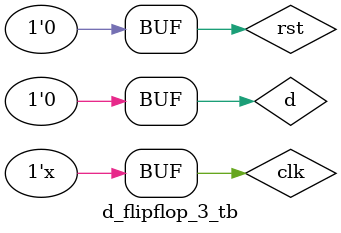
<source format=v>
module d_flipflop_1(d,q,clk,rst);
input d,clk,rst;
output reg q;

always@(posedge clk or posedge rst)begin
    if (rst) begin
        q <= 1'b0;
    end
    else begin
        q <= d;
    end
end
endmodule
module d_flipflop_1_tb; // testbench
reg d,clk = 1'b0,rst;
wire q;

d_flipflop_1 ffff1(d,q,clk,rst);
always #5 clk = ~clk;
initial begin
    rst = 1;
    #7 rst = 0; d = 1'b1;
    #3 d = 1'b0; #3 d = 1'b0; #3 d = 1'b1; #3 d = 1'b1;
    #3 d = 1'b1; #3 d = 1'b0; #3 d = 1'b0; #3 d = 1'b1;
    #3 d = 1'b1; #3 d = 1'b1; #3 d = 1'b0; #3 d = 1'b0;
end
endmodule
 
// ------------------------Designing D Flipflop using Asynchronous reset-----------------------------------------------
module d_flipflop_2(d,q,clk,rst);
input d,clk,rst;
output reg q;

always@(posedge clk or negedge rst)begin
    if (!rst)begin
        q <= 1'b0;
    end
    else begin
        q <= d;
    end
end
endmodule
module d_flipflop_2_tb; // testbench
reg d,clk = 1,rst;
wire q;

d_flipflop_2 ffff2(d,q,clk,rst);
always #5 clk = ~clk;
initial begin
    rst = 1'b0; 
    #7 rst = 1'b1; #3 d = 1'b1;
    #3 d = 1'b0; #3 d = 1'b0; #3 d = 1'b1; #3 d = 1'b1;
    #3 d = 1'b1; #3 d = 1'b0; #3 d = 1'b0; #3 d = 1'b1;
    #3 d = 1'b1; #3 d = 1'b1; #3 d = 1'b0; #3 d = 1'b0;
end
endmodule
//----------------------------anpother method to implement d flipflop
module d_flipflop_3(d,q,clk,rst);
input d,clk,rst;
output reg q;

always@(posedge clk)begin // here we have used synchronous reset method, else we can write this way also without mentioning posedge rst 
    if (rst) begin
        q <= 1'b0;
    end
    else begin
        q <= d;
    end
end
endmodule
module d_flipflop_3_tb; // testbench
reg d,clk = 1'b1,rst;
wire q;

d_flipflop_3 ffff3(d,q,clk,rst);
always #5 clk = ~clk;
initial begin
    rst = 1;
    #7 rst = 0; d = 1'b1;
    #3 d = 1'b0; #3 d = 1'b0; #3 d = 1'b1; #3 d = 1'b1;
    #3 d = 1'b1; #3 d = 1'b0; #3 d = 1'b0; #3 d = 1'b1;
    #3 d = 1'b1; #3 d = 1'b1; #3 d = 1'b0; #3 d = 1'b0;
end
endmodule
//-----------------------------------------------------------------------------------------------------------------------



</source>
